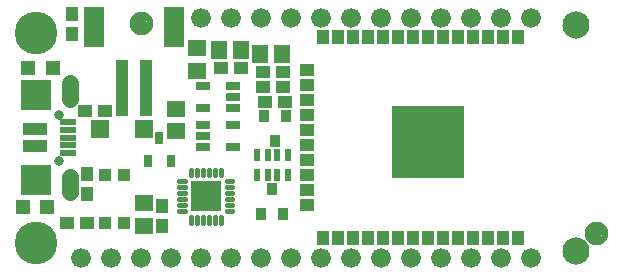
<source format=gbr>
G04 EAGLE Gerber RS-274X export*
G75*
%MOMM*%
%FSLAX34Y34*%
%LPD*%
%INSoldermask Top*%
%IPPOS*%
%AMOC8*
5,1,8,0,0,1.08239X$1,22.5*%
G01*
%ADD10C,2.301600*%
%ADD11R,1.341600X1.601600*%
%ADD12R,1.101600X1.176600*%
%ADD13R,1.601600X1.341600*%
%ADD14C,1.101600*%
%ADD15C,0.500000*%
%ADD16C,3.617600*%
%ADD17R,1.301600X0.651600*%
%ADD18R,1.501600X1.501600*%
%ADD19C,1.676400*%
%ADD20R,1.101600X4.701600*%
%ADD21R,1.701600X3.501600*%
%ADD22R,1.301600X1.301600*%
%ADD23R,1.176600X1.101600*%
%ADD24R,1.001600X1.001600*%
%ADD25C,0.240406*%
%ADD26R,2.601600X2.601600*%
%ADD27C,0.801600*%
%ADD28R,2.514600X2.514600*%
%ADD29C,1.409600*%
%ADD30R,2.101600X1.101600*%
%ADD31R,1.450000X0.500000*%
%ADD32R,0.901600X1.001600*%
%ADD33R,1.001600X1.301600*%
%ADD34R,1.301600X1.001600*%
%ADD35R,6.101600X6.101600*%
%ADD36R,0.736600X1.117600*%
%ADD37R,0.551600X1.001600*%


D10*
X482600Y18415D03*
X482600Y209550D03*
D11*
X198680Y188830D03*
X179680Y188830D03*
D12*
X131910Y56250D03*
X131910Y39250D03*
D13*
X143660Y138440D03*
X143660Y119440D03*
D14*
X114300Y210820D03*
D15*
X121800Y210820D02*
X121798Y211001D01*
X121791Y211182D01*
X121780Y211363D01*
X121765Y211544D01*
X121745Y211724D01*
X121721Y211904D01*
X121693Y212083D01*
X121660Y212261D01*
X121623Y212438D01*
X121582Y212615D01*
X121537Y212790D01*
X121487Y212965D01*
X121433Y213138D01*
X121375Y213309D01*
X121313Y213480D01*
X121246Y213648D01*
X121176Y213815D01*
X121102Y213981D01*
X121023Y214144D01*
X120941Y214305D01*
X120855Y214465D01*
X120765Y214622D01*
X120671Y214777D01*
X120574Y214930D01*
X120472Y215080D01*
X120368Y215228D01*
X120259Y215374D01*
X120148Y215516D01*
X120032Y215656D01*
X119914Y215793D01*
X119792Y215928D01*
X119667Y216059D01*
X119539Y216187D01*
X119408Y216312D01*
X119273Y216434D01*
X119136Y216552D01*
X118996Y216668D01*
X118854Y216779D01*
X118708Y216888D01*
X118560Y216992D01*
X118410Y217094D01*
X118257Y217191D01*
X118102Y217285D01*
X117945Y217375D01*
X117785Y217461D01*
X117624Y217543D01*
X117461Y217622D01*
X117295Y217696D01*
X117128Y217766D01*
X116960Y217833D01*
X116789Y217895D01*
X116618Y217953D01*
X116445Y218007D01*
X116270Y218057D01*
X116095Y218102D01*
X115918Y218143D01*
X115741Y218180D01*
X115563Y218213D01*
X115384Y218241D01*
X115204Y218265D01*
X115024Y218285D01*
X114843Y218300D01*
X114662Y218311D01*
X114481Y218318D01*
X114300Y218320D01*
X121800Y210820D02*
X121798Y210639D01*
X121791Y210458D01*
X121780Y210277D01*
X121765Y210096D01*
X121745Y209916D01*
X121721Y209736D01*
X121693Y209557D01*
X121660Y209379D01*
X121623Y209202D01*
X121582Y209025D01*
X121537Y208850D01*
X121487Y208675D01*
X121433Y208502D01*
X121375Y208331D01*
X121313Y208160D01*
X121246Y207992D01*
X121176Y207825D01*
X121102Y207659D01*
X121023Y207496D01*
X120941Y207335D01*
X120855Y207175D01*
X120765Y207018D01*
X120671Y206863D01*
X120574Y206710D01*
X120472Y206560D01*
X120368Y206412D01*
X120259Y206266D01*
X120148Y206124D01*
X120032Y205984D01*
X119914Y205847D01*
X119792Y205712D01*
X119667Y205581D01*
X119539Y205453D01*
X119408Y205328D01*
X119273Y205206D01*
X119136Y205088D01*
X118996Y204972D01*
X118854Y204861D01*
X118708Y204752D01*
X118560Y204648D01*
X118410Y204546D01*
X118257Y204449D01*
X118102Y204355D01*
X117945Y204265D01*
X117785Y204179D01*
X117624Y204097D01*
X117461Y204018D01*
X117295Y203944D01*
X117128Y203874D01*
X116960Y203807D01*
X116789Y203745D01*
X116618Y203687D01*
X116445Y203633D01*
X116270Y203583D01*
X116095Y203538D01*
X115918Y203497D01*
X115741Y203460D01*
X115563Y203427D01*
X115384Y203399D01*
X115204Y203375D01*
X115024Y203355D01*
X114843Y203340D01*
X114662Y203329D01*
X114481Y203322D01*
X114300Y203320D01*
X114119Y203322D01*
X113938Y203329D01*
X113757Y203340D01*
X113576Y203355D01*
X113396Y203375D01*
X113216Y203399D01*
X113037Y203427D01*
X112859Y203460D01*
X112682Y203497D01*
X112505Y203538D01*
X112330Y203583D01*
X112155Y203633D01*
X111982Y203687D01*
X111811Y203745D01*
X111640Y203807D01*
X111472Y203874D01*
X111305Y203944D01*
X111139Y204018D01*
X110976Y204097D01*
X110815Y204179D01*
X110655Y204265D01*
X110498Y204355D01*
X110343Y204449D01*
X110190Y204546D01*
X110040Y204648D01*
X109892Y204752D01*
X109746Y204861D01*
X109604Y204972D01*
X109464Y205088D01*
X109327Y205206D01*
X109192Y205328D01*
X109061Y205453D01*
X108933Y205581D01*
X108808Y205712D01*
X108686Y205847D01*
X108568Y205984D01*
X108452Y206124D01*
X108341Y206266D01*
X108232Y206412D01*
X108128Y206560D01*
X108026Y206710D01*
X107929Y206863D01*
X107835Y207018D01*
X107745Y207175D01*
X107659Y207335D01*
X107577Y207496D01*
X107498Y207659D01*
X107424Y207825D01*
X107354Y207992D01*
X107287Y208160D01*
X107225Y208331D01*
X107167Y208502D01*
X107113Y208675D01*
X107063Y208850D01*
X107018Y209025D01*
X106977Y209202D01*
X106940Y209379D01*
X106907Y209557D01*
X106879Y209736D01*
X106855Y209916D01*
X106835Y210096D01*
X106820Y210277D01*
X106809Y210458D01*
X106802Y210639D01*
X106800Y210820D01*
X106802Y211001D01*
X106809Y211182D01*
X106820Y211363D01*
X106835Y211544D01*
X106855Y211724D01*
X106879Y211904D01*
X106907Y212083D01*
X106940Y212261D01*
X106977Y212438D01*
X107018Y212615D01*
X107063Y212790D01*
X107113Y212965D01*
X107167Y213138D01*
X107225Y213309D01*
X107287Y213480D01*
X107354Y213648D01*
X107424Y213815D01*
X107498Y213981D01*
X107577Y214144D01*
X107659Y214305D01*
X107745Y214465D01*
X107835Y214622D01*
X107929Y214777D01*
X108026Y214930D01*
X108128Y215080D01*
X108232Y215228D01*
X108341Y215374D01*
X108452Y215516D01*
X108568Y215656D01*
X108686Y215793D01*
X108808Y215928D01*
X108933Y216059D01*
X109061Y216187D01*
X109192Y216312D01*
X109327Y216434D01*
X109464Y216552D01*
X109604Y216668D01*
X109746Y216779D01*
X109892Y216888D01*
X110040Y216992D01*
X110190Y217094D01*
X110343Y217191D01*
X110498Y217285D01*
X110655Y217375D01*
X110815Y217461D01*
X110976Y217543D01*
X111139Y217622D01*
X111305Y217696D01*
X111472Y217766D01*
X111640Y217833D01*
X111811Y217895D01*
X111982Y217953D01*
X112155Y218007D01*
X112330Y218057D01*
X112505Y218102D01*
X112682Y218143D01*
X112859Y218180D01*
X113037Y218213D01*
X113216Y218241D01*
X113396Y218265D01*
X113576Y218285D01*
X113757Y218300D01*
X113938Y218311D01*
X114119Y218318D01*
X114300Y218320D01*
D14*
X499582Y33090D03*
D15*
X507082Y33090D02*
X507080Y33271D01*
X507073Y33452D01*
X507062Y33633D01*
X507047Y33814D01*
X507027Y33994D01*
X507003Y34174D01*
X506975Y34353D01*
X506942Y34531D01*
X506905Y34708D01*
X506864Y34885D01*
X506819Y35060D01*
X506769Y35235D01*
X506715Y35408D01*
X506657Y35579D01*
X506595Y35750D01*
X506528Y35918D01*
X506458Y36085D01*
X506384Y36251D01*
X506305Y36414D01*
X506223Y36575D01*
X506137Y36735D01*
X506047Y36892D01*
X505953Y37047D01*
X505856Y37200D01*
X505754Y37350D01*
X505650Y37498D01*
X505541Y37644D01*
X505430Y37786D01*
X505314Y37926D01*
X505196Y38063D01*
X505074Y38198D01*
X504949Y38329D01*
X504821Y38457D01*
X504690Y38582D01*
X504555Y38704D01*
X504418Y38822D01*
X504278Y38938D01*
X504136Y39049D01*
X503990Y39158D01*
X503842Y39262D01*
X503692Y39364D01*
X503539Y39461D01*
X503384Y39555D01*
X503227Y39645D01*
X503067Y39731D01*
X502906Y39813D01*
X502743Y39892D01*
X502577Y39966D01*
X502410Y40036D01*
X502242Y40103D01*
X502071Y40165D01*
X501900Y40223D01*
X501727Y40277D01*
X501552Y40327D01*
X501377Y40372D01*
X501200Y40413D01*
X501023Y40450D01*
X500845Y40483D01*
X500666Y40511D01*
X500486Y40535D01*
X500306Y40555D01*
X500125Y40570D01*
X499944Y40581D01*
X499763Y40588D01*
X499582Y40590D01*
X507082Y33090D02*
X507080Y32909D01*
X507073Y32728D01*
X507062Y32547D01*
X507047Y32366D01*
X507027Y32186D01*
X507003Y32006D01*
X506975Y31827D01*
X506942Y31649D01*
X506905Y31472D01*
X506864Y31295D01*
X506819Y31120D01*
X506769Y30945D01*
X506715Y30772D01*
X506657Y30601D01*
X506595Y30430D01*
X506528Y30262D01*
X506458Y30095D01*
X506384Y29929D01*
X506305Y29766D01*
X506223Y29605D01*
X506137Y29445D01*
X506047Y29288D01*
X505953Y29133D01*
X505856Y28980D01*
X505754Y28830D01*
X505650Y28682D01*
X505541Y28536D01*
X505430Y28394D01*
X505314Y28254D01*
X505196Y28117D01*
X505074Y27982D01*
X504949Y27851D01*
X504821Y27723D01*
X504690Y27598D01*
X504555Y27476D01*
X504418Y27358D01*
X504278Y27242D01*
X504136Y27131D01*
X503990Y27022D01*
X503842Y26918D01*
X503692Y26816D01*
X503539Y26719D01*
X503384Y26625D01*
X503227Y26535D01*
X503067Y26449D01*
X502906Y26367D01*
X502743Y26288D01*
X502577Y26214D01*
X502410Y26144D01*
X502242Y26077D01*
X502071Y26015D01*
X501900Y25957D01*
X501727Y25903D01*
X501552Y25853D01*
X501377Y25808D01*
X501200Y25767D01*
X501023Y25730D01*
X500845Y25697D01*
X500666Y25669D01*
X500486Y25645D01*
X500306Y25625D01*
X500125Y25610D01*
X499944Y25599D01*
X499763Y25592D01*
X499582Y25590D01*
X499401Y25592D01*
X499220Y25599D01*
X499039Y25610D01*
X498858Y25625D01*
X498678Y25645D01*
X498498Y25669D01*
X498319Y25697D01*
X498141Y25730D01*
X497964Y25767D01*
X497787Y25808D01*
X497612Y25853D01*
X497437Y25903D01*
X497264Y25957D01*
X497093Y26015D01*
X496922Y26077D01*
X496754Y26144D01*
X496587Y26214D01*
X496421Y26288D01*
X496258Y26367D01*
X496097Y26449D01*
X495937Y26535D01*
X495780Y26625D01*
X495625Y26719D01*
X495472Y26816D01*
X495322Y26918D01*
X495174Y27022D01*
X495028Y27131D01*
X494886Y27242D01*
X494746Y27358D01*
X494609Y27476D01*
X494474Y27598D01*
X494343Y27723D01*
X494215Y27851D01*
X494090Y27982D01*
X493968Y28117D01*
X493850Y28254D01*
X493734Y28394D01*
X493623Y28536D01*
X493514Y28682D01*
X493410Y28830D01*
X493308Y28980D01*
X493211Y29133D01*
X493117Y29288D01*
X493027Y29445D01*
X492941Y29605D01*
X492859Y29766D01*
X492780Y29929D01*
X492706Y30095D01*
X492636Y30262D01*
X492569Y30430D01*
X492507Y30601D01*
X492449Y30772D01*
X492395Y30945D01*
X492345Y31120D01*
X492300Y31295D01*
X492259Y31472D01*
X492222Y31649D01*
X492189Y31827D01*
X492161Y32006D01*
X492137Y32186D01*
X492117Y32366D01*
X492102Y32547D01*
X492091Y32728D01*
X492084Y32909D01*
X492082Y33090D01*
X492084Y33271D01*
X492091Y33452D01*
X492102Y33633D01*
X492117Y33814D01*
X492137Y33994D01*
X492161Y34174D01*
X492189Y34353D01*
X492222Y34531D01*
X492259Y34708D01*
X492300Y34885D01*
X492345Y35060D01*
X492395Y35235D01*
X492449Y35408D01*
X492507Y35579D01*
X492569Y35750D01*
X492636Y35918D01*
X492706Y36085D01*
X492780Y36251D01*
X492859Y36414D01*
X492941Y36575D01*
X493027Y36735D01*
X493117Y36892D01*
X493211Y37047D01*
X493308Y37200D01*
X493410Y37350D01*
X493514Y37498D01*
X493623Y37644D01*
X493734Y37786D01*
X493850Y37926D01*
X493968Y38063D01*
X494090Y38198D01*
X494215Y38329D01*
X494343Y38457D01*
X494474Y38582D01*
X494609Y38704D01*
X494746Y38822D01*
X494886Y38938D01*
X495028Y39049D01*
X495174Y39158D01*
X495322Y39262D01*
X495472Y39364D01*
X495625Y39461D01*
X495780Y39555D01*
X495937Y39645D01*
X496097Y39731D01*
X496258Y39813D01*
X496421Y39892D01*
X496587Y39966D01*
X496754Y40036D01*
X496922Y40103D01*
X497093Y40165D01*
X497264Y40223D01*
X497437Y40277D01*
X497612Y40327D01*
X497787Y40372D01*
X497964Y40413D01*
X498141Y40450D01*
X498319Y40483D01*
X498498Y40511D01*
X498678Y40535D01*
X498858Y40555D01*
X499039Y40570D01*
X499220Y40581D01*
X499401Y40588D01*
X499582Y40590D01*
D16*
X25400Y203200D03*
X25400Y25400D03*
D17*
X192071Y139090D03*
X192071Y148590D03*
X192071Y158090D03*
X166069Y158090D03*
X166069Y139090D03*
D18*
X116290Y121920D03*
X79290Y121920D03*
D19*
X444500Y12700D03*
X419100Y12700D03*
X393700Y12700D03*
X368300Y12700D03*
X342900Y12700D03*
X317500Y12700D03*
X292100Y12700D03*
X266700Y12700D03*
X241300Y12700D03*
X215900Y12700D03*
X190500Y12700D03*
X165100Y12700D03*
X139700Y12700D03*
X114300Y12700D03*
X88900Y12700D03*
X63500Y12700D03*
D20*
X97950Y156040D03*
X117950Y156040D03*
D21*
X73950Y208040D03*
X141950Y208040D03*
D19*
X165100Y215900D03*
X190500Y215900D03*
X215900Y215900D03*
X241300Y215900D03*
X266700Y215900D03*
X292100Y215900D03*
X317500Y215900D03*
X342900Y215900D03*
X368300Y215900D03*
X393700Y215900D03*
X419100Y215900D03*
X444500Y215900D03*
D17*
X166069Y125070D03*
X166069Y115570D03*
X166069Y106070D03*
X192071Y106070D03*
X192071Y125070D03*
D22*
X34630Y55880D03*
X13630Y55880D03*
D23*
X51190Y41910D03*
X68190Y41910D03*
D13*
X161290Y189840D03*
X161290Y170840D03*
D24*
X99440Y41730D03*
X83440Y41730D03*
X83440Y82730D03*
X99440Y82730D03*
D22*
X18075Y173355D03*
X39075Y173355D03*
D12*
X55880Y219320D03*
X55880Y202320D03*
D25*
X145604Y77976D02*
X152216Y77976D01*
X152216Y76564D01*
X145604Y76564D01*
X145604Y77976D01*
X145604Y72976D02*
X152216Y72976D01*
X152216Y71564D01*
X145604Y71564D01*
X145604Y72976D01*
X145604Y67976D02*
X152216Y67976D01*
X152216Y66564D01*
X145604Y66564D01*
X145604Y67976D01*
X145604Y62976D02*
X152216Y62976D01*
X152216Y61564D01*
X145604Y61564D01*
X145604Y62976D01*
X145604Y57976D02*
X152216Y57976D01*
X152216Y56564D01*
X145604Y56564D01*
X145604Y57976D01*
X145604Y52976D02*
X152216Y52976D01*
X152216Y51564D01*
X145604Y51564D01*
X145604Y52976D01*
X157116Y48076D02*
X157116Y41464D01*
X155704Y41464D01*
X155704Y48076D01*
X157116Y48076D01*
X157116Y43748D02*
X155704Y43748D01*
X155704Y46032D02*
X157116Y46032D01*
X162116Y48076D02*
X162116Y41464D01*
X160704Y41464D01*
X160704Y48076D01*
X162116Y48076D01*
X162116Y43748D02*
X160704Y43748D01*
X160704Y46032D02*
X162116Y46032D01*
X167116Y48076D02*
X167116Y41464D01*
X165704Y41464D01*
X165704Y48076D01*
X167116Y48076D01*
X167116Y43748D02*
X165704Y43748D01*
X165704Y46032D02*
X167116Y46032D01*
X172116Y48076D02*
X172116Y41464D01*
X170704Y41464D01*
X170704Y48076D01*
X172116Y48076D01*
X172116Y43748D02*
X170704Y43748D01*
X170704Y46032D02*
X172116Y46032D01*
X177116Y48076D02*
X177116Y41464D01*
X175704Y41464D01*
X175704Y48076D01*
X177116Y48076D01*
X177116Y43748D02*
X175704Y43748D01*
X175704Y46032D02*
X177116Y46032D01*
X182116Y48076D02*
X182116Y41464D01*
X180704Y41464D01*
X180704Y48076D01*
X182116Y48076D01*
X182116Y43748D02*
X180704Y43748D01*
X180704Y46032D02*
X182116Y46032D01*
X185604Y51564D02*
X192216Y51564D01*
X185604Y51564D02*
X185604Y52976D01*
X192216Y52976D01*
X192216Y51564D01*
X192216Y56564D02*
X185604Y56564D01*
X185604Y57976D01*
X192216Y57976D01*
X192216Y56564D01*
X192216Y61564D02*
X185604Y61564D01*
X185604Y62976D01*
X192216Y62976D01*
X192216Y61564D01*
X192216Y66564D02*
X185604Y66564D01*
X185604Y67976D01*
X192216Y67976D01*
X192216Y66564D01*
X192216Y71564D02*
X185604Y71564D01*
X185604Y72976D01*
X192216Y72976D01*
X192216Y71564D01*
X192216Y76564D02*
X185604Y76564D01*
X185604Y77976D01*
X192216Y77976D01*
X192216Y76564D01*
X180704Y81464D02*
X180704Y88076D01*
X182116Y88076D01*
X182116Y81464D01*
X180704Y81464D01*
X180704Y83748D02*
X182116Y83748D01*
X182116Y86032D02*
X180704Y86032D01*
X175704Y88076D02*
X175704Y81464D01*
X175704Y88076D02*
X177116Y88076D01*
X177116Y81464D01*
X175704Y81464D01*
X175704Y83748D02*
X177116Y83748D01*
X177116Y86032D02*
X175704Y86032D01*
X170704Y88076D02*
X170704Y81464D01*
X170704Y88076D02*
X172116Y88076D01*
X172116Y81464D01*
X170704Y81464D01*
X170704Y83748D02*
X172116Y83748D01*
X172116Y86032D02*
X170704Y86032D01*
X165704Y88076D02*
X165704Y81464D01*
X165704Y88076D02*
X167116Y88076D01*
X167116Y81464D01*
X165704Y81464D01*
X165704Y83748D02*
X167116Y83748D01*
X167116Y86032D02*
X165704Y86032D01*
X160704Y88076D02*
X160704Y81464D01*
X160704Y88076D02*
X162116Y88076D01*
X162116Y81464D01*
X160704Y81464D01*
X160704Y83748D02*
X162116Y83748D01*
X162116Y86032D02*
X160704Y86032D01*
X155704Y88076D02*
X155704Y81464D01*
X155704Y88076D02*
X157116Y88076D01*
X157116Y81464D01*
X155704Y81464D01*
X155704Y83748D02*
X157116Y83748D01*
X157116Y86032D02*
X155704Y86032D01*
D26*
X168910Y64770D03*
D27*
X44450Y133800D03*
X44450Y94800D03*
D28*
X25450Y78300D03*
X25450Y150300D03*
D29*
X53450Y147300D02*
X53450Y160380D01*
X53450Y81300D02*
X53450Y68220D01*
D30*
X24450Y121800D03*
X24450Y106800D03*
D31*
X52200Y127300D03*
X52200Y120800D03*
X52200Y114300D03*
X52200Y107800D03*
X52200Y101300D03*
D11*
X233655Y185420D03*
X214655Y185420D03*
D32*
X227584Y111555D03*
X218084Y132555D03*
X237084Y132555D03*
X224790Y70690D03*
X234290Y49690D03*
X215290Y49690D03*
D23*
X182000Y173355D03*
X199000Y173355D03*
D13*
X116840Y58522D03*
X116840Y39522D03*
D33*
X433540Y199300D03*
X420840Y199300D03*
X408140Y199300D03*
X395440Y199300D03*
X382740Y199300D03*
X370040Y199300D03*
X357340Y199300D03*
X344640Y199300D03*
X331940Y199300D03*
X319240Y199300D03*
X306540Y199300D03*
X293840Y199300D03*
X281140Y199300D03*
X268440Y199300D03*
D34*
X254540Y171300D03*
X254540Y158600D03*
X254540Y145900D03*
X254540Y133200D03*
X254540Y120500D03*
X254540Y107800D03*
X254540Y95100D03*
X254540Y82400D03*
X254540Y69700D03*
X254540Y57000D03*
D33*
X268440Y29300D03*
X281140Y29300D03*
X293840Y29300D03*
X306540Y29300D03*
X319240Y29300D03*
X331940Y29300D03*
X344640Y29300D03*
X357340Y29300D03*
X370040Y29300D03*
X382740Y29300D03*
X395440Y29300D03*
X408140Y29300D03*
X420840Y29300D03*
X433540Y29300D03*
D35*
X356540Y110900D03*
D36*
X129540Y114140D03*
X139040Y94140D03*
X120040Y94140D03*
D23*
X66430Y137160D03*
X83430Y137160D03*
D37*
X212425Y99940D03*
X212425Y82940D03*
X221425Y99940D03*
X229425Y99940D03*
X238425Y99940D03*
X238425Y82940D03*
X221425Y82940D03*
X229425Y82940D03*
D23*
X234560Y157480D03*
X217560Y157480D03*
X217560Y170180D03*
X234560Y170180D03*
D12*
X68580Y83430D03*
X68580Y66430D03*
D23*
X235830Y144780D03*
X218830Y144780D03*
M02*

</source>
